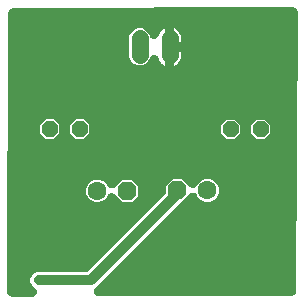
<source format=gbr>
G04 EAGLE Gerber RS-274X export*
G75*
%MOMM*%
%FSLAX34Y34*%
%LPD*%
%INBottom Copper*%
%IPPOS*%
%AMOC8*
5,1,8,0,0,1.08239X$1,22.5*%
G01*
%ADD10P,1.732040X8X22.500000*%
%ADD11C,1.600200*%
%ADD12P,1.732040X8X202.500000*%
%ADD13P,1.429621X8X202.500000*%
%ADD14P,1.429621X8X22.500000*%
%ADD15C,1.422400*%
%ADD16C,0.812800*%
%ADD17C,0.756400*%
%ADD18C,0.800000*%

G36*
X23705Y2637D02*
X23705Y2637D01*
X23754Y2641D01*
X23804Y2639D01*
X24038Y2662D01*
X24273Y2679D01*
X24322Y2690D01*
X24371Y2695D01*
X24599Y2750D01*
X24830Y2801D01*
X24876Y2818D01*
X24924Y2830D01*
X25142Y2916D01*
X25364Y2999D01*
X25408Y3022D01*
X25454Y3040D01*
X25658Y3157D01*
X25866Y3269D01*
X25905Y3299D01*
X25948Y3323D01*
X26135Y3468D01*
X26324Y3608D01*
X26359Y3642D01*
X26398Y3673D01*
X26563Y3842D01*
X26731Y4007D01*
X26761Y4046D01*
X26795Y4081D01*
X26934Y4272D01*
X27078Y4459D01*
X27102Y4502D01*
X27131Y4542D01*
X27242Y4750D01*
X27358Y4955D01*
X27376Y5001D01*
X27399Y5045D01*
X27480Y5266D01*
X27566Y5485D01*
X27577Y5534D01*
X27594Y5580D01*
X27643Y5810D01*
X27698Y6040D01*
X27702Y6089D01*
X27713Y6137D01*
X27729Y6372D01*
X27751Y6607D01*
X27748Y6656D01*
X27752Y6706D01*
X27735Y6941D01*
X27724Y7176D01*
X27715Y7225D01*
X27711Y7274D01*
X27662Y7504D01*
X27617Y7736D01*
X27602Y7783D01*
X27591Y7831D01*
X27510Y8052D01*
X27434Y8275D01*
X27412Y8320D01*
X27395Y8366D01*
X27283Y8574D01*
X27177Y8784D01*
X27149Y8824D01*
X27125Y8868D01*
X26986Y9058D01*
X26851Y9251D01*
X26817Y9288D01*
X26788Y9327D01*
X26624Y9496D01*
X26463Y9669D01*
X26425Y9700D01*
X26390Y9735D01*
X26204Y9879D01*
X26021Y10028D01*
X25978Y10053D01*
X25939Y10083D01*
X25841Y10136D01*
X25532Y10321D01*
X25341Y10402D01*
X25243Y10454D01*
X25181Y10480D01*
X23180Y12481D01*
X22097Y15095D01*
X22097Y17925D01*
X23180Y20539D01*
X25181Y22540D01*
X27795Y23623D01*
X69031Y23623D01*
X69091Y23627D01*
X69151Y23625D01*
X69375Y23647D01*
X69599Y23663D01*
X69658Y23675D01*
X69718Y23681D01*
X69937Y23735D01*
X70156Y23782D01*
X70213Y23802D01*
X70272Y23817D01*
X70480Y23900D01*
X70691Y23978D01*
X70745Y24006D01*
X70801Y24028D01*
X70996Y24140D01*
X71194Y24246D01*
X71243Y24282D01*
X71295Y24312D01*
X71386Y24387D01*
X71654Y24583D01*
X71815Y24740D01*
X71904Y24813D01*
X135842Y88751D01*
X135882Y88797D01*
X135926Y88838D01*
X136068Y89012D01*
X136216Y89181D01*
X136249Y89232D01*
X136287Y89279D01*
X136404Y89471D01*
X136526Y89659D01*
X136551Y89714D01*
X136582Y89766D01*
X136671Y89972D01*
X136766Y90176D01*
X136783Y90234D01*
X136807Y90290D01*
X136865Y90506D01*
X136931Y90722D01*
X136940Y90781D01*
X136956Y90840D01*
X136967Y90957D01*
X137018Y91285D01*
X137021Y91510D01*
X137032Y91624D01*
X137032Y96656D01*
X142612Y102236D01*
X150504Y102236D01*
X156874Y95866D01*
X157004Y95753D01*
X157128Y95632D01*
X157219Y95566D01*
X157304Y95492D01*
X157449Y95398D01*
X157588Y95296D01*
X157687Y95244D01*
X157782Y95182D01*
X157939Y95110D01*
X158091Y95028D01*
X158197Y94990D01*
X158299Y94942D01*
X158464Y94892D01*
X158626Y94833D01*
X158736Y94810D01*
X158844Y94777D01*
X159015Y94751D01*
X159184Y94715D01*
X159296Y94707D01*
X159407Y94690D01*
X159580Y94688D01*
X159752Y94676D01*
X159864Y94684D01*
X159977Y94682D01*
X160148Y94704D01*
X160320Y94716D01*
X160430Y94740D01*
X160542Y94754D01*
X160709Y94800D01*
X160878Y94836D01*
X160983Y94875D01*
X161092Y94905D01*
X161250Y94973D01*
X161412Y95033D01*
X161511Y95086D01*
X161615Y95131D01*
X161762Y95221D01*
X161914Y95302D01*
X162005Y95369D01*
X162101Y95427D01*
X162235Y95537D01*
X162374Y95639D01*
X162454Y95718D01*
X162541Y95789D01*
X162658Y95917D01*
X162782Y96037D01*
X162850Y96126D01*
X162926Y96209D01*
X163024Y96351D01*
X163130Y96488D01*
X163170Y96564D01*
X163249Y96679D01*
X163495Y97173D01*
X163501Y97184D01*
X163882Y98106D01*
X166562Y100786D01*
X170063Y102236D01*
X173853Y102236D01*
X177354Y100786D01*
X180034Y98106D01*
X181484Y94605D01*
X181484Y90815D01*
X180034Y87314D01*
X177354Y84634D01*
X173853Y83184D01*
X170063Y83184D01*
X166562Y84634D01*
X163882Y87314D01*
X163501Y88236D01*
X163424Y88390D01*
X163355Y88549D01*
X163297Y88645D01*
X163246Y88746D01*
X163148Y88888D01*
X163058Y89035D01*
X162987Y89122D01*
X162923Y89215D01*
X162806Y89342D01*
X162696Y89476D01*
X162614Y89551D01*
X162537Y89634D01*
X162404Y89744D01*
X162276Y89861D01*
X162184Y89924D01*
X162097Y89996D01*
X161949Y90086D01*
X161807Y90183D01*
X161706Y90233D01*
X161610Y90292D01*
X161451Y90360D01*
X161297Y90437D01*
X161190Y90473D01*
X161087Y90517D01*
X160920Y90562D01*
X160756Y90617D01*
X160645Y90637D01*
X160537Y90667D01*
X160366Y90688D01*
X160195Y90719D01*
X160083Y90724D01*
X159971Y90738D01*
X159799Y90735D01*
X159626Y90742D01*
X159514Y90731D01*
X159402Y90730D01*
X159231Y90703D01*
X159059Y90686D01*
X158950Y90659D01*
X158839Y90642D01*
X158673Y90591D01*
X158506Y90550D01*
X158401Y90508D01*
X158294Y90476D01*
X158137Y90403D01*
X157977Y90339D01*
X157879Y90282D01*
X157777Y90235D01*
X157633Y90141D01*
X157483Y90055D01*
X157416Y90001D01*
X157299Y89925D01*
X156884Y89562D01*
X156874Y89554D01*
X149817Y82498D01*
X149812Y82495D01*
X149721Y82420D01*
X149453Y82224D01*
X149292Y82067D01*
X149203Y81994D01*
X77584Y10375D01*
X77554Y10359D01*
X77378Y10229D01*
X77198Y10104D01*
X77149Y10060D01*
X77096Y10021D01*
X76940Y9867D01*
X76778Y9719D01*
X76736Y9668D01*
X76689Y9622D01*
X76556Y9448D01*
X76417Y9278D01*
X76383Y9222D01*
X76342Y9170D01*
X76234Y8978D01*
X76121Y8791D01*
X76095Y8731D01*
X76062Y8673D01*
X75982Y8469D01*
X75896Y8268D01*
X75878Y8204D01*
X75854Y8143D01*
X75803Y7929D01*
X75746Y7718D01*
X75738Y7653D01*
X75722Y7589D01*
X75702Y7370D01*
X75675Y7153D01*
X75675Y7087D01*
X75669Y7021D01*
X75680Y6802D01*
X75683Y6583D01*
X75693Y6518D01*
X75696Y6452D01*
X75737Y6237D01*
X75771Y6020D01*
X75790Y5957D01*
X75803Y5892D01*
X75873Y5684D01*
X75937Y5475D01*
X75965Y5415D01*
X75986Y5353D01*
X76085Y5157D01*
X76178Y4959D01*
X76213Y4903D01*
X76243Y4844D01*
X76369Y4665D01*
X76488Y4481D01*
X76531Y4431D01*
X76569Y4377D01*
X76718Y4217D01*
X76862Y4051D01*
X76912Y4008D01*
X76957Y3960D01*
X77127Y3822D01*
X77293Y3678D01*
X77348Y3642D01*
X77399Y3601D01*
X77587Y3488D01*
X77771Y3369D01*
X77831Y3341D01*
X77888Y3307D01*
X78089Y3222D01*
X78289Y3130D01*
X78352Y3111D01*
X78412Y3085D01*
X78624Y3028D01*
X78834Y2965D01*
X78899Y2955D01*
X78963Y2938D01*
X79082Y2927D01*
X79397Y2879D01*
X79631Y2876D01*
X79748Y2865D01*
X243377Y3530D01*
X243590Y3546D01*
X243804Y3554D01*
X243874Y3567D01*
X243946Y3572D01*
X244155Y3618D01*
X244365Y3656D01*
X244432Y3678D01*
X244502Y3694D01*
X244703Y3768D01*
X244905Y3835D01*
X244969Y3867D01*
X245037Y3892D01*
X245225Y3993D01*
X245416Y4088D01*
X245475Y4129D01*
X245538Y4162D01*
X245710Y4289D01*
X245886Y4410D01*
X245939Y4458D01*
X245996Y4501D01*
X246149Y4650D01*
X246307Y4795D01*
X246352Y4850D01*
X246403Y4900D01*
X246533Y5069D01*
X246669Y5234D01*
X246706Y5295D01*
X246750Y5352D01*
X246855Y5538D01*
X246967Y5720D01*
X246995Y5786D01*
X247030Y5848D01*
X247108Y6047D01*
X247193Y6243D01*
X247212Y6312D01*
X247238Y6378D01*
X247288Y6587D01*
X247344Y6792D01*
X247350Y6849D01*
X247370Y6933D01*
X247423Y7500D01*
X247421Y7545D01*
X247424Y7577D01*
X248386Y243696D01*
X248370Y243943D01*
X248358Y244189D01*
X248351Y244227D01*
X248349Y244265D01*
X248298Y244506D01*
X248252Y244749D01*
X248240Y244785D01*
X248232Y244823D01*
X248148Y245054D01*
X248068Y245288D01*
X248051Y245322D01*
X248038Y245359D01*
X247922Y245577D01*
X247811Y245797D01*
X247789Y245828D01*
X247771Y245862D01*
X247627Y246062D01*
X247486Y246264D01*
X247459Y246292D01*
X247437Y246323D01*
X247266Y246500D01*
X247098Y246681D01*
X247068Y246706D01*
X247041Y246733D01*
X246847Y246884D01*
X246655Y247040D01*
X246622Y247060D01*
X246592Y247084D01*
X246379Y247206D01*
X246167Y247334D01*
X246131Y247349D01*
X246098Y247368D01*
X245869Y247460D01*
X245642Y247556D01*
X245605Y247566D01*
X245569Y247580D01*
X245330Y247639D01*
X245091Y247703D01*
X245060Y247706D01*
X245016Y247717D01*
X244449Y247774D01*
X244363Y247771D01*
X244306Y247776D01*
X7577Y246814D01*
X7364Y246798D01*
X7150Y246790D01*
X7080Y246777D01*
X7008Y246772D01*
X6799Y246726D01*
X6589Y246688D01*
X6522Y246666D01*
X6452Y246650D01*
X6251Y246576D01*
X6049Y246509D01*
X5985Y246477D01*
X5917Y246452D01*
X5729Y246351D01*
X5538Y246256D01*
X5479Y246215D01*
X5416Y246182D01*
X5244Y246055D01*
X5068Y245934D01*
X5015Y245886D01*
X4958Y245843D01*
X4805Y245694D01*
X4647Y245549D01*
X4602Y245494D01*
X4551Y245444D01*
X4421Y245275D01*
X4285Y245110D01*
X4248Y245049D01*
X4204Y244992D01*
X4099Y244806D01*
X3987Y244624D01*
X3959Y244558D01*
X3924Y244496D01*
X3846Y244297D01*
X3761Y244101D01*
X3742Y244032D01*
X3716Y243966D01*
X3666Y243757D01*
X3610Y243552D01*
X3604Y243495D01*
X3584Y243411D01*
X3531Y242844D01*
X3533Y242799D01*
X3530Y242767D01*
X2568Y6648D01*
X2584Y6401D01*
X2596Y6155D01*
X2603Y6117D01*
X2605Y6079D01*
X2656Y5838D01*
X2702Y5595D01*
X2714Y5559D01*
X2722Y5521D01*
X2806Y5290D01*
X2886Y5056D01*
X2903Y5022D01*
X2916Y4985D01*
X3032Y4767D01*
X3143Y4547D01*
X3165Y4516D01*
X3183Y4482D01*
X3327Y4282D01*
X3468Y4080D01*
X3495Y4052D01*
X3517Y4021D01*
X3688Y3844D01*
X3856Y3663D01*
X3886Y3638D01*
X3913Y3611D01*
X4107Y3460D01*
X4299Y3304D01*
X4332Y3284D01*
X4362Y3260D01*
X4575Y3138D01*
X4787Y3010D01*
X4823Y2995D01*
X4856Y2976D01*
X5085Y2884D01*
X5312Y2788D01*
X5349Y2778D01*
X5385Y2764D01*
X5624Y2705D01*
X5863Y2641D01*
X5894Y2638D01*
X5938Y2627D01*
X6505Y2570D01*
X6591Y2573D01*
X6648Y2568D01*
X23705Y2637D01*
G37*
%LPC*%
G36*
X134895Y198754D02*
X134895Y198754D01*
X133666Y199647D01*
X132591Y200722D01*
X131698Y201951D01*
X131008Y203305D01*
X130613Y204520D01*
X130512Y204770D01*
X130409Y205030D01*
X130404Y205039D01*
X130400Y205049D01*
X130263Y205285D01*
X130126Y205524D01*
X130120Y205533D01*
X130114Y205542D01*
X129948Y205754D01*
X129777Y205975D01*
X129769Y205982D01*
X129763Y205990D01*
X129565Y206180D01*
X129368Y206372D01*
X129359Y206378D01*
X129352Y206385D01*
X129128Y206546D01*
X128908Y206707D01*
X128898Y206712D01*
X128890Y206718D01*
X128645Y206847D01*
X128405Y206975D01*
X128395Y206979D01*
X128386Y206984D01*
X128124Y207078D01*
X127869Y207171D01*
X127859Y207173D01*
X127849Y207176D01*
X127578Y207232D01*
X127312Y207289D01*
X127302Y207290D01*
X127291Y207292D01*
X127018Y207309D01*
X126744Y207328D01*
X126733Y207327D01*
X126723Y207328D01*
X126450Y207307D01*
X126175Y207287D01*
X126165Y207285D01*
X126155Y207284D01*
X125886Y207225D01*
X125618Y207168D01*
X125608Y207164D01*
X125598Y207162D01*
X125340Y207065D01*
X125083Y206971D01*
X125074Y206966D01*
X125064Y206962D01*
X124823Y206831D01*
X124581Y206702D01*
X124573Y206695D01*
X124564Y206690D01*
X124344Y206527D01*
X124122Y206365D01*
X124114Y206357D01*
X124106Y206351D01*
X123912Y206160D01*
X123714Y205967D01*
X123708Y205958D01*
X123700Y205951D01*
X123536Y205735D01*
X123366Y205515D01*
X123362Y205508D01*
X123355Y205498D01*
X123076Y205001D01*
X123031Y204888D01*
X122995Y204820D01*
X121876Y202118D01*
X119446Y199688D01*
X116272Y198373D01*
X112836Y198373D01*
X109662Y199688D01*
X107232Y202118D01*
X105917Y205292D01*
X105917Y222952D01*
X107232Y226126D01*
X109662Y228556D01*
X112836Y229871D01*
X116272Y229871D01*
X119446Y228556D01*
X121876Y226126D01*
X122995Y223424D01*
X123118Y223177D01*
X123239Y222932D01*
X123245Y222924D01*
X123250Y222914D01*
X123404Y222690D01*
X123560Y222462D01*
X123567Y222454D01*
X123573Y222445D01*
X123758Y222244D01*
X123943Y222040D01*
X123951Y222034D01*
X123958Y222026D01*
X124171Y221851D01*
X124382Y221677D01*
X124391Y221671D01*
X124399Y221664D01*
X124635Y221521D01*
X124867Y221378D01*
X124877Y221374D01*
X124886Y221368D01*
X125141Y221259D01*
X125390Y221150D01*
X125400Y221147D01*
X125409Y221143D01*
X125677Y221070D01*
X125939Y220998D01*
X125949Y220996D01*
X125959Y220993D01*
X126234Y220959D01*
X126504Y220923D01*
X126514Y220923D01*
X126524Y220922D01*
X126800Y220926D01*
X127073Y220929D01*
X127084Y220930D01*
X127094Y220931D01*
X127363Y220973D01*
X127637Y221014D01*
X127647Y221017D01*
X127657Y221019D01*
X127918Y221098D01*
X128183Y221177D01*
X128192Y221182D01*
X128202Y221185D01*
X128451Y221300D01*
X128700Y221415D01*
X128709Y221421D01*
X128719Y221425D01*
X128946Y221573D01*
X129180Y221723D01*
X129188Y221730D01*
X129196Y221736D01*
X129403Y221915D01*
X129611Y222095D01*
X129618Y222103D01*
X129626Y222110D01*
X129807Y222318D01*
X129987Y222524D01*
X129992Y222533D01*
X129999Y222541D01*
X130147Y222769D01*
X130298Y223001D01*
X130302Y223009D01*
X130308Y223019D01*
X130547Y223536D01*
X130583Y223653D01*
X130613Y223724D01*
X131008Y224939D01*
X131698Y226293D01*
X132591Y227522D01*
X133666Y228597D01*
X134895Y229490D01*
X135891Y229997D01*
X135891Y214122D01*
X135891Y198247D01*
X134895Y198754D01*
G37*
%LPD*%
%LPC*%
G36*
X76845Y82676D02*
X76845Y82676D01*
X73344Y84126D01*
X70664Y86806D01*
X69567Y89456D01*
X69214Y90307D01*
X69214Y94097D01*
X70664Y97598D01*
X73344Y100278D01*
X76845Y101728D01*
X80635Y101728D01*
X84136Y100278D01*
X86816Y97598D01*
X87197Y96676D01*
X87274Y96522D01*
X87343Y96363D01*
X87401Y96267D01*
X87452Y96166D01*
X87550Y96024D01*
X87640Y95877D01*
X87711Y95790D01*
X87775Y95697D01*
X87892Y95570D01*
X88002Y95436D01*
X88084Y95361D01*
X88161Y95278D01*
X88294Y95168D01*
X88422Y95051D01*
X88514Y94988D01*
X88601Y94916D01*
X88749Y94826D01*
X88891Y94729D01*
X88992Y94679D01*
X89088Y94620D01*
X89247Y94552D01*
X89401Y94475D01*
X89508Y94439D01*
X89611Y94395D01*
X89778Y94350D01*
X89942Y94295D01*
X90053Y94275D01*
X90161Y94245D01*
X90332Y94224D01*
X90503Y94193D01*
X90615Y94188D01*
X90727Y94174D01*
X90899Y94177D01*
X91072Y94170D01*
X91184Y94181D01*
X91296Y94182D01*
X91467Y94209D01*
X91639Y94226D01*
X91748Y94253D01*
X91859Y94270D01*
X92025Y94321D01*
X92192Y94362D01*
X92297Y94404D01*
X92404Y94436D01*
X92561Y94509D01*
X92721Y94573D01*
X92819Y94630D01*
X92921Y94677D01*
X93065Y94771D01*
X93215Y94857D01*
X93282Y94911D01*
X93399Y94987D01*
X93814Y95350D01*
X93824Y95358D01*
X100194Y101728D01*
X108086Y101728D01*
X113666Y96148D01*
X113666Y88256D01*
X108086Y82676D01*
X100194Y82676D01*
X93824Y89046D01*
X93694Y89159D01*
X93570Y89280D01*
X93479Y89346D01*
X93394Y89420D01*
X93249Y89514D01*
X93110Y89616D01*
X93011Y89668D01*
X92916Y89730D01*
X92759Y89802D01*
X92607Y89884D01*
X92501Y89922D01*
X92399Y89970D01*
X92234Y90020D01*
X92072Y90079D01*
X91962Y90102D01*
X91854Y90135D01*
X91683Y90161D01*
X91514Y90197D01*
X91402Y90205D01*
X91291Y90222D01*
X91118Y90224D01*
X90946Y90236D01*
X90834Y90228D01*
X90721Y90230D01*
X90550Y90208D01*
X90378Y90196D01*
X90268Y90172D01*
X90156Y90158D01*
X89989Y90112D01*
X89820Y90076D01*
X89715Y90037D01*
X89606Y90007D01*
X89448Y89939D01*
X89286Y89879D01*
X89187Y89826D01*
X89083Y89781D01*
X88936Y89691D01*
X88784Y89610D01*
X88693Y89543D01*
X88597Y89485D01*
X88463Y89375D01*
X88324Y89273D01*
X88244Y89194D01*
X88157Y89123D01*
X88040Y88995D01*
X87916Y88875D01*
X87848Y88786D01*
X87772Y88703D01*
X87674Y88561D01*
X87568Y88424D01*
X87528Y88348D01*
X87449Y88233D01*
X87203Y87739D01*
X87197Y87728D01*
X86816Y86806D01*
X84136Y84126D01*
X80635Y82676D01*
X76845Y82676D01*
G37*
%LPD*%
%LPC*%
G36*
X60387Y136397D02*
X60387Y136397D01*
X55625Y141159D01*
X55625Y147893D01*
X60387Y152655D01*
X67121Y152655D01*
X71883Y147893D01*
X71883Y141159D01*
X67121Y136397D01*
X60387Y136397D01*
G37*
%LPD*%
%LPC*%
G36*
X34987Y136397D02*
X34987Y136397D01*
X30225Y141159D01*
X30225Y147893D01*
X34987Y152655D01*
X41721Y152655D01*
X46483Y147893D01*
X46483Y141159D01*
X41721Y136397D01*
X34987Y136397D01*
G37*
%LPD*%
%LPC*%
G36*
X213803Y136143D02*
X213803Y136143D01*
X209041Y140905D01*
X209041Y147639D01*
X213803Y152401D01*
X220537Y152401D01*
X225299Y147639D01*
X225299Y140905D01*
X220537Y136143D01*
X213803Y136143D01*
G37*
%LPD*%
%LPC*%
G36*
X188403Y136143D02*
X188403Y136143D01*
X183641Y140905D01*
X183641Y147639D01*
X188403Y152401D01*
X195137Y152401D01*
X199899Y147639D01*
X199899Y140905D01*
X195137Y136143D01*
X188403Y136143D01*
G37*
%LPD*%
%LPC*%
G36*
X144017Y218185D02*
X144017Y218185D01*
X144017Y229997D01*
X145013Y229490D01*
X146242Y228597D01*
X147317Y227522D01*
X148210Y226293D01*
X148900Y224939D01*
X149369Y223494D01*
X149607Y221994D01*
X149607Y218185D01*
X144017Y218185D01*
G37*
%LPD*%
%LPC*%
G36*
X144017Y210059D02*
X144017Y210059D01*
X149607Y210059D01*
X149607Y206250D01*
X149369Y204750D01*
X148900Y203305D01*
X148210Y201951D01*
X147317Y200722D01*
X146242Y199647D01*
X145013Y198754D01*
X144017Y198247D01*
X144017Y210059D01*
G37*
%LPD*%
D10*
X104140Y92202D03*
D11*
X78740Y92202D03*
D12*
X146558Y92710D03*
D11*
X171958Y92710D03*
D13*
X63754Y144526D03*
X38354Y144526D03*
D14*
X191770Y144272D03*
X217170Y144272D03*
D15*
X114554Y207010D02*
X114554Y221234D01*
X139954Y221234D02*
X139954Y207010D01*
D16*
X146558Y92710D02*
X146558Y89408D01*
X73660Y16510D01*
X29210Y16510D01*
D17*
X29210Y16510D03*
D18*
X181610Y48260D03*
X194310Y74930D03*
M02*

</source>
